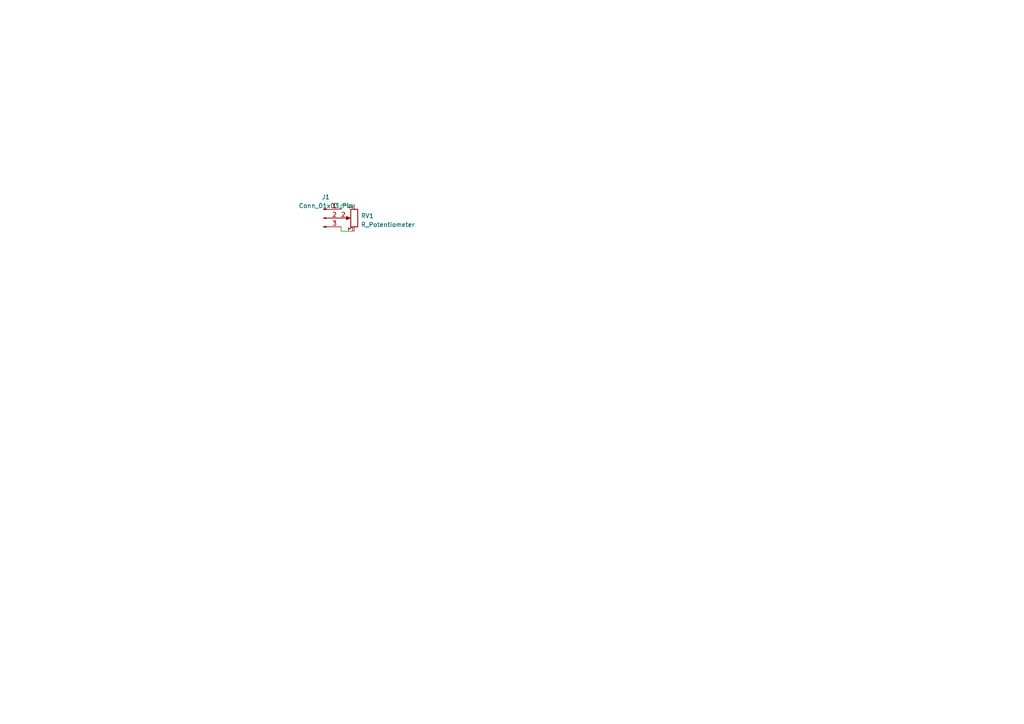
<source format=kicad_sch>
(kicad_sch (version 20230121) (generator eeschema)
  (paper "A4")
  (lib_symbols
    (symbol "Connector:Conn_01x03_Pin" (pin_names (offset 1.016) hide)
      (property "Reference" "J" (at 0 5.08 0))
      (property "Value" "Conn_01x03_Pin" (at 0 -5.08 0))
      (symbol "Conn_01x03_Pin_1_1"
        (polyline (pts (xy 1.27 -2.54) (xy 0.8636 -2.54)) (stroke (width 0.1524)))
        (polyline (pts (xy 1.27 0) (xy 0.8636 0)) (stroke (width 0.1524)))
        (polyline (pts (xy 1.27 2.54) (xy 0.8636 2.54)) (stroke (width 0.1524)))
        (rectangle (start 0.8636 -2.413) (end 0 -2.667) (stroke (width 0.1524)) (fill (type outline)))
        (rectangle (start 0.8636 0.127) (end 0 -0.127) (stroke (width 0.1524)) (fill (type outline)))
        (rectangle (start 0.8636 2.667) (end 0 2.413) (stroke (width 0.1524)) (fill (type outline)))
        (pin passive line (at 5.08 2.54 180) (length 3.81) (name "Pin_1") (number "1"))
        (pin passive line (at 5.08 0 180) (length 3.81) (name "Pin_2") (number "2"))
        (pin passive line (at 5.08 -2.54 180) (length 3.81) (name "Pin_3") (number "3"))
      )
    )
    (symbol "Device:R_Potentiometer" (pin_names (offset 1.016) hide)
      (property "Reference" "RV" (at -4.445 0 90))
      (property "Value" "R_Potentiometer" (at -2.54 0 90))
      (symbol "R_Potentiometer_0_1"
        (polyline (pts (xy 2.54 0) (xy 1.524 0)))
        (polyline (pts (xy 1.143 0) (xy 2.286 0.508) (xy 2.286 -0.508) (xy 1.143 0)) (fill (type outline)))
        (rectangle (start 1.016 2.54) (end -1.016 -2.54) (stroke (width 0.254)))
      )
      (symbol "R_Potentiometer_1_1"
        (pin passive line (at 0 3.81 270) (length 1.27) (name "1") (number "1"))
        (pin passive line (at 3.81 0 180) (length 1.27) (name "2") (number "2"))
        (pin passive line (at 0 -3.81 90) (length 1.27) (name "3") (number "3"))
      )
    )
  )
  (wire (pts (xy 98.933 67.056) (xy 98.933 65.786)))
  (wire (pts (xy 102.743 59.436) (xy 98.933 59.436)))
  (wire (pts (xy 98.933 59.436) (xy 98.933 60.706)))
  (wire (pts (xy 102.743 67.056) (xy 98.933 67.056)))
  (symbol (lib_id "Device:R_Potentiometer") (at 102.743 63.246 0) (mirror y) (unit 1)
    (property "Reference" "RV1" (at 104.648 62.611 0) (effects (justify right)))
    (property "Value" "R_Potentiometer" (at 104.648 65.151 0) (effects (justify right)))
    (property "Footprint" "Pale Slim Ghost:Potentiometer_RM065" (effects hide))
  )
  (symbol (lib_id "Connector:Conn_01x03_Pin") (at 93.853 63.246 0) (unit 1)
    (property "Reference" "J1" (at 94.488 57.15 0))
    (property "Value" "Conn_01x03_Pin" (at 94.488 59.69 0))
    (property "Footprint" "Connector_PinHeader_2.54mm:PinHeader_1x03_P2.54mm_Vertical" (effects hide))
  )
)
</source>
